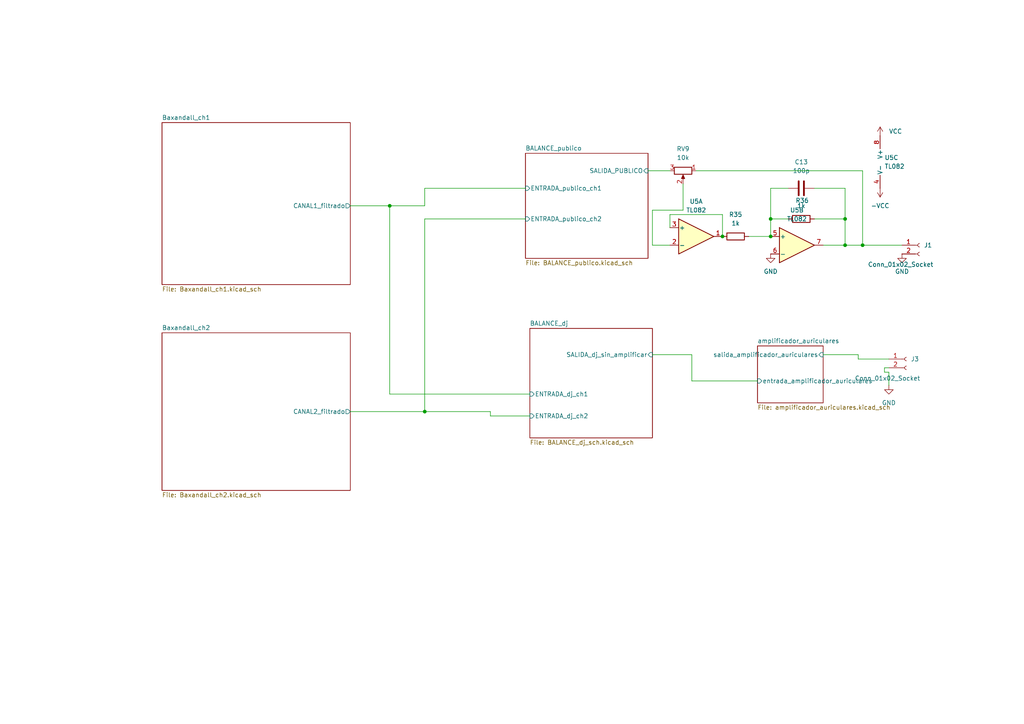
<source format=kicad_sch>
(kicad_sch (version 20231120) (generator "eeschema") (generator_version "8.0")
  (paper "A4")
  (title_block (title "Mesa de mezclas") (date "2024-11-11") (company "Electrónica Creativa"))
  (lib_symbols
    (symbol "c:C" (pin_numbers hide) (pin_names (offset 0.254))
      (property "Reference" "C" (at 0.635 2.54 0))
      (property "Value" "C" (at 0.635 -2.54 0))
      (symbol "C_0_1"
        (polyline (pts (xy -2.032 -0.762) (xy 2.032 -0.762)) (stroke (width 0.508)))
        (polyline (pts (xy -2.032 0.762) (xy 2.032 0.762)) (stroke (width 0.508)))
      )
      (symbol "C_1_1"
        (pin passive line (at 0 3.81 270) (length 2.794) (name "~") (number "1"))
        (pin passive line (at 0 -3.81 90) (length 2.794) (name "~") (number "2"))
      )
    )
    (symbol "conn_01x02_socket:Conn_01x02_Socket" (pin_names (offset 1.016) hide)
      (property "Reference" "J" (at 0 2.54 0))
      (property "Value" "Conn_01x02_Socket" (at 0 -5.08 0))
      (symbol "Conn_01x02_Socket_1_1"
        (arc (start 0 -2.032) (mid -0.5058 -2.54) (end 0 -3.048) (stroke (width 0.1524)))
        (polyline (pts (xy -1.27 -2.54) (xy -0.508 -2.54)) (stroke (width 0.1524)))
        (polyline (pts (xy -1.27 0) (xy -0.508 0)) (stroke (width 0.1524)))
        (arc (start 0 0.508) (mid -0.5058 0) (end 0 -0.508) (stroke (width 0.1524)))
        (pin passive line (at -5.08 0 0) (length 3.81) (name "Pin_1") (number "1"))
        (pin passive line (at -5.08 -2.54 0) (length 3.81) (name "Pin_2") (number "2"))
      )
    )
    (symbol "power:GND" (power) (pin_numbers hide) (pin_names (offset 0) hide)
      (property "Value" "GND" (at 0 -3.81 0))
      (symbol "GND_0_1"
        (polyline (pts (xy 0 0) (xy 0 -1.27) (xy 1.27 -1.27) (xy 0 -2.54) (xy -1.27 -1.27) (xy 0 -1.27)))
      )
      (symbol "GND_1_1"
        (pin power_in line (at 0 0 270) (length 0) (name "~") (number "1"))
      )
    )
    (symbol "power:VCC" (power) (pin_numbers hide) (pin_names (offset 0) hide)
      (property "Value" "VCC" (at 0 3.556 0))
      (symbol "VCC_0_1"
        (polyline (pts (xy -0.762 1.27) (xy 0 2.54)))
        (polyline (pts (xy 0 0) (xy 0 2.54)))
        (polyline (pts (xy 0 2.54) (xy 0.762 1.27)))
      )
      (symbol "VCC_1_1"
        (pin power_in line (at 0 0 90) (length 0) (name "~") (number "1"))
      )
    )
    (symbol "r:R" (pin_numbers hide) (pin_names (offset 0))
      (property "Reference" "R" (at 2.032 0 90))
      (property "Value" "R" (at 0 0 90))
      (symbol "R_0_1"
        (rectangle (start -1.016 -2.54) (end 1.016 2.54) (stroke (width 0.254)))
      )
      (symbol "R_1_1"
        (pin passive line (at 0 3.81 270) (length 1.27) (name "~") (number "1"))
        (pin passive line (at 0 -3.81 90) (length 1.27) (name "~") (number "2"))
      )
    )
    (symbol "r_potentiometer:R_Potentiometer" (pin_names (offset 1.016) hide)
      (property "Reference" "RV" (at -4.445 0 90))
      (property "Value" "R_Potentiometer" (at -2.54 0 90))
      (symbol "R_Potentiometer_0_1"
        (polyline (pts (xy 2.54 0) (xy 1.524 0)))
        (polyline (pts (xy 1.143 0) (xy 2.286 0.508) (xy 2.286 -0.508) (xy 1.143 0)) (fill (type outline)))
        (rectangle (start 1.016 2.54) (end -1.016 -2.54) (stroke (width 0.254)))
      )
      (symbol "R_Potentiometer_1_1"
        (pin passive line (at 0 3.81 270) (length 1.27) (name "1") (number "1"))
        (pin passive line (at 3.81 0 180) (length 1.27) (name "2") (number "2"))
        (pin passive line (at 0 -3.81 90) (length 1.27) (name "3") (number "3"))
      )
    )
    (symbol "tl082:TL082" (pin_names (offset 0.127))
      (property "Reference" "U" (at 0 5.08 0))
      (property "Value" "TL082" (at 0 -5.08 0))
      (symbol "TL082_1_1"
        (polyline (pts (xy -5.08 5.08) (xy 5.08 0) (xy -5.08 -5.08) (xy -5.08 5.08)) (stroke (width 0.254)) (fill (type background)))
        (pin output line (at 7.62 0 180) (length 2.54) (name "~") (number "1"))
        (pin input line (at -7.62 -2.54 0) (length 2.54) (name "-") (number "2"))
        (pin input line (at -7.62 2.54 0) (length 2.54) (name "+") (number "3"))
      )
      (symbol "TL082_2_1"
        (polyline (pts (xy -5.08 5.08) (xy 5.08 0) (xy -5.08 -5.08) (xy -5.08 5.08)) (stroke (width 0.254)) (fill (type background)))
        (pin input line (at -7.62 2.54 0) (length 2.54) (name "+") (number "5"))
        (pin input line (at -7.62 -2.54 0) (length 2.54) (name "-") (number "6"))
        (pin output line (at 7.62 0 180) (length 2.54) (name "~") (number "7"))
      )
      (symbol "TL082_3_1"
        (pin power_in line (at -2.54 -7.62 90) (length 3.81) (name "V-") (number "4"))
        (pin power_in line (at -2.54 7.62 270) (length 3.81) (name "V+") (number "8"))
      )
    )
  )
  (junction (at 250.19 71.12))
  (junction (at 223.52 63.5))
  (junction (at 209.55 68.58))
  (junction (at 113.03 59.69))
  (junction (at 223.52 68.58))
  (junction (at 245.11 71.12))
  (junction (at 123.19 119.38))
  (junction (at 245.11 63.5))
  (wire (pts (xy 200.66 102.87) (xy 200.66 110.49)))
  (wire (pts (xy 194.31 66.04) (xy 194.31 62.23)))
  (wire (pts (xy 223.52 63.5) (xy 223.52 54.61)))
  (wire (pts (xy 113.03 59.69) (xy 123.19 59.69)))
  (wire (pts (xy 257.81 104.14) (xy 248.92 104.14)))
  (wire (pts (xy 245.11 63.5) (xy 236.22 63.5)))
  (wire (pts (xy 245.11 54.61) (xy 245.11 63.5)))
  (wire (pts (xy 209.55 62.23) (xy 209.55 68.58)))
  (wire (pts (xy 257.81 111.76) (xy 257.81 107.95)))
  (wire (pts (xy 250.19 71.12) (xy 261.62 71.12)))
  (wire (pts (xy 123.19 54.61) (xy 152.4 54.61)))
  (wire (pts (xy 201.93 49.53) (xy 250.19 49.53)))
  (wire (pts (xy 123.19 63.5) (xy 152.4 63.5)))
  (wire (pts (xy 223.52 54.61) (xy 228.6 54.61)))
  (wire (pts (xy 236.22 54.61) (xy 245.11 54.61)))
  (wire (pts (xy 250.19 71.12) (xy 245.11 71.12)))
  (wire (pts (xy 113.03 114.3) (xy 153.67 114.3)))
  (wire (pts (xy 217.17 68.58) (xy 223.52 68.58)))
  (wire (pts (xy 123.19 119.38) (xy 123.19 63.5)))
  (wire (pts (xy 245.11 63.5) (xy 245.11 71.12)))
  (wire (pts (xy 245.11 71.12) (xy 238.76 71.12)))
  (wire (pts (xy 189.23 71.12) (xy 194.31 71.12)))
  (wire (pts (xy 256.54 107.95) (xy 256.54 106.68)))
  (wire (pts (xy 142.24 120.65) (xy 153.67 120.65)))
  (wire (pts (xy 101.6 59.69) (xy 113.03 59.69)))
  (wire (pts (xy 123.19 59.69) (xy 123.19 54.61)))
  (wire (pts (xy 142.24 119.38) (xy 142.24 120.65)))
  (wire (pts (xy 198.12 53.34) (xy 198.12 60.96)))
  (wire (pts (xy 248.92 104.14) (xy 248.92 102.87)))
  (wire (pts (xy 101.6 119.38) (xy 123.19 119.38)))
  (wire (pts (xy 256.54 106.68) (xy 257.81 106.68)))
  (wire (pts (xy 223.52 68.58) (xy 223.52 63.5)))
  (wire (pts (xy 248.92 102.87) (xy 238.76 102.87)))
  (wire (pts (xy 189.23 60.96) (xy 189.23 71.12)))
  (wire (pts (xy 257.81 107.95) (xy 256.54 107.95)))
  (wire (pts (xy 250.19 49.53) (xy 250.19 71.12)))
  (wire (pts (xy 223.52 63.5) (xy 228.6 63.5)))
  (wire (pts (xy 123.19 119.38) (xy 142.24 119.38)))
  (wire (pts (xy 189.23 102.87) (xy 200.66 102.87)))
  (wire (pts (xy 200.66 110.49) (xy 219.71 110.49)))
  (wire (pts (xy 113.03 59.69) (xy 113.03 114.3)))
  (wire (pts (xy 187.96 49.53) (xy 194.31 49.53)))
  (wire (pts (xy 194.31 62.23) (xy 209.55 62.23)))
  (wire (pts (xy 189.23 60.96) (xy 198.12 60.96)))
  (symbol (lib_id "c:C") (at 232.41 54.61 90) (unit 1)
    (property "Reference" "C13" (at 232.41 46.99 90))
    (property "Value" "100p" (at 232.41 49.53 90))
    (property "Footprint" "huellas_mm:C_0805_2012Metric_Pad1.18x1.45mm_HandSolder" (effects (hide yes)))
    (property "Description" "Unpolarized capacitor" (effects (hide yes)))
  )
  (symbol (lib_id "tl082:TL082") (at 257.81 46.99 0) (unit 3)
    (property "Reference" "U5" (at 256.54 45.7199 0) (effects (justify left)))
    (property "Value" "TL082" (at 256.54 48.2599 0) (effects (justify left)))
    (property "Footprint" "huellas_mm:SOIC-8_3.9x4.9mm_P1.27mm" (effects (hide yes)))
    (property "Datasheet" "http://www.ti.com/lit/ds/symlink/tl081.pdf" (effects (hide yes)))
    (property "Description" "Dual JFET-Input Operational Amplifiers, DIP-8/SOIC-8/SSOP-8" (effects (hide yes)))
  )
  (symbol (lib_id "power:VCC") (at 255.27 54.61 180) (unit 1)
    (property "Reference" "#PWR014" (effects (hide yes)))
    (property "Value" "-VCC" (at 255.27 59.69 0))
    (property "Description" "Power symbol creates a global label with name \"VCC\"" (effects (hide yes)))
  )
  (symbol (lib_id "tl082:TL082") (at 201.93 68.58 0) (unit 1)
    (property "Reference" "U5" (at 201.93 58.42 0))
    (property "Value" "TL082" (at 201.93 60.96 0))
    (property "Footprint" "huellas_mm:SOIC-8_3.9x4.9mm_P1.27mm" (effects (hide yes)))
    (property "Datasheet" "http://www.ti.com/lit/ds/symlink/tl081.pdf" (effects (hide yes)))
    (property "Description" "Dual JFET-Input Operational Amplifiers, DIP-8/SOIC-8/SSOP-8" (effects (hide yes)))
  )
  (symbol (lib_id "tl082:TL082") (at 231.14 71.12 0) (unit 2)
    (property "Reference" "U5" (at 231.14 60.96 0))
    (property "Value" "TL082" (at 231.14 63.5 0))
    (property "Footprint" "huellas_mm:SOIC-8_3.9x4.9mm_P1.27mm" (effects (hide yes)))
    (property "Datasheet" "http://www.ti.com/lit/ds/symlink/tl081.pdf" (effects (hide yes)))
    (property "Description" "Dual JFET-Input Operational Amplifiers, DIP-8/SOIC-8/SSOP-8" (effects (hide yes)))
  )
  (symbol (lib_id "conn_01x02_socket:Conn_01x02_Socket") (at 266.7 71.12 0) (unit 1)
    (property "Reference" "J1" (at 267.97 71.1199 0) (effects (justify left)))
    (property "Value" "Conn_01x02_Socket" (at 251.714 76.708 0) (effects (justify left)))
    (property "Footprint" "huellas_mm:PinHeader_1x02_P2.54mm_Vertical" (effects (hide yes)))
    (property "Description" "Generic connector, single row, 01x02, script generated" (effects (hide yes)))
  )
  (symbol (lib_id "power:GND") (at 261.62 73.66 0) (unit 1)
    (property "Reference" "#PWR011" (effects (hide yes)))
    (property "Value" "GND" (at 261.62 78.74 0))
    (property "Description" "Power symbol creates a global label with name \"GND\" , ground" (effects (hide yes)))
  )
  (symbol (lib_id "power:VCC") (at 255.27 39.37 0) (unit 1)
    (property "Reference" "#PWR013" (effects (hide yes)))
    (property "Value" "VCC" (at 257.81 38.0999 0) (effects (justify left)))
    (property "Description" "Power symbol creates a global label with name \"VCC\"" (effects (hide yes)))
  )
  (symbol (lib_id "r:R") (at 213.36 68.58 90) (unit 1)
    (property "Reference" "R35" (at 213.36 62.23 90))
    (property "Value" "1k" (at 213.36 64.77 90))
    (property "Footprint" "huellas_mm:R_0805_2012Metric_Pad1.20x1.40mm_HandSolder" (effects (hide yes)))
    (property "Description" "Resistor" (effects (hide yes)))
  )
  (symbol (lib_id "power:GND") (at 223.52 73.66 0) (unit 1)
    (property "Reference" "#PWR05" (effects (hide yes)))
    (property "Value" "GND" (at 223.52 78.74 0))
    (property "Description" "Power symbol creates a global label with name \"GND\" , ground" (effects (hide yes)))
  )
  (symbol (lib_id "r_potentiometer:R_Potentiometer") (at 198.12 49.53 270) (unit 1)
    (property "Reference" "RV9" (at 198.12 43.18 90))
    (property "Value" "10k" (at 198.12 45.72 90))
    (property "Footprint" "huellas_mm:PinHeader_1x03_P2.54mm_Vertical" (effects (hide yes)))
    (property "Description" "Potentiometer" (effects (hide yes)))
  )
  (symbol (lib_id "conn_01x02_socket:Conn_01x02_Socket") (at 262.89 104.14 0) (unit 1)
    (property "Reference" "J3" (at 264.16 104.1399 0) (effects (justify left)))
    (property "Value" "Conn_01x02_Socket" (at 247.904 109.728 0) (effects (justify left)))
    (property "Footprint" "huellas_mm:PinHeader_1x02_P2.54mm_Vertical" (effects (hide yes)))
    (property "Description" "Generic connector, single row, 01x02, script generated" (effects (hide yes)))
  )
  (symbol (lib_id "r:R") (at 232.41 63.5 90) (unit 1)
    (property "Reference" "R36" (at 232.664 58.166 90))
    (property "Value" "1k" (at 232.41 59.69 90))
    (property "Footprint" "huellas_mm:R_0805_2012Metric_Pad1.20x1.40mm_HandSolder" (effects (hide yes)))
    (property "Description" "Resistor" (effects (hide yes)))
  )
  (symbol (lib_id "power:GND") (at 257.81 111.76 0) (unit 1)
    (property "Reference" "#PWR012" (effects (hide yes)))
    (property "Value" "GND" (at 257.81 116.84 0))
    (property "Description" "Power symbol creates a global label with name \"GND\" , ground" (effects (hide yes)))
  )
  (sheet (at 153.67 95.25) (size 35.56 31.75) (stroke (width 0.1524))
    (property "Sheetname" "BALANCE_dj" (at 153.67 94.5384 0) (effects (justify left bottom)))
    (property "Sheetfile" "BALANCE_dj_sch.kicad_sch" (at 153.67 127.5846 0) (effects (justify left top)))
    (pin "SALIDA_dj_sin_amplificar" input (at 189.23 102.87 0))
    (pin "ENTRADA_dj_ch2" input (at 153.67 120.65 180))
    (pin "ENTRADA_dj_ch1" input (at 153.67 114.3 180))
  )
  (sheet (at 46.99 35.56) (size 54.61 46.99) (stroke (width 0.1524))
    (property "Sheetname" "Baxandall_ch1" (at 46.99 34.8484 0) (effects (justify left bottom)))
    (property "Sheetfile" "Baxandall_ch1.kicad_sch" (at 46.99 83.1346 0) (effects (justify left top)))
    (pin "CANAL1_filtrado" output (at 101.6 59.69 0))
  )
  (sheet (at 46.99 96.52) (size 54.61 45.72) (stroke (width 0.1524))
    (property "Sheetname" "Baxandall_ch2" (at 46.99 95.8084 0) (effects (justify left bottom)))
    (property "Sheetfile" "Baxandall_ch2.kicad_sch" (at 46.99 142.8246 0) (effects (justify left top)))
    (pin "CANAL2_filtrado" output (at 101.6 119.38 0))
  )
  (sheet (at 219.71 100.33) (size 19.05 16.51) (stroke (width 0.1524))
    (property "Sheetname" "amplificador_auriculares" (at 219.71 99.6184 0) (effects (justify left bottom)))
    (property "Sheetfile" "amplificador_auriculares.kicad_sch" (at 219.71 117.4246 0) (effects (justify left top)))
    (pin "salida_amplificador_auriculares" input (at 238.76 102.87 0))
    (pin "entrada_amplificador_auriculares" input (at 219.71 110.49 180))
  )
  (sheet (at 152.4 44.45) (size 35.56 30.48) (stroke (width 0.1524))
    (property "Sheetname" "BALANCE_publico" (at 152.4 43.7384 0) (effects (justify left bottom)))
    (property "Sheetfile" "BALANCE_publico.kicad_sch" (at 152.4 75.5146 0) (effects (justify left top)))
    (pin "ENTRADA_publico_ch2" input (at 152.4 63.5 180))
    (pin "ENTRADA_publico_ch1" input (at 152.4 54.61 180))
    (pin "SALIDA_PUBLICO" input (at 187.96 49.53 0))
  )
)
</source>
